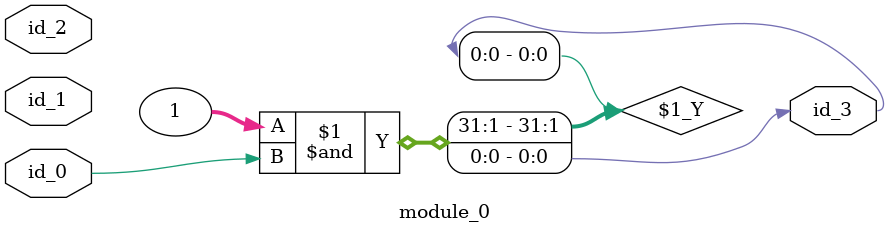
<source format=v>
module module_0 (
    input id_0,
    input id_1,
    input id_2,
    output wire id_3
);
  assign id_3[""] = 1 & id_0;
endmodule

</source>
